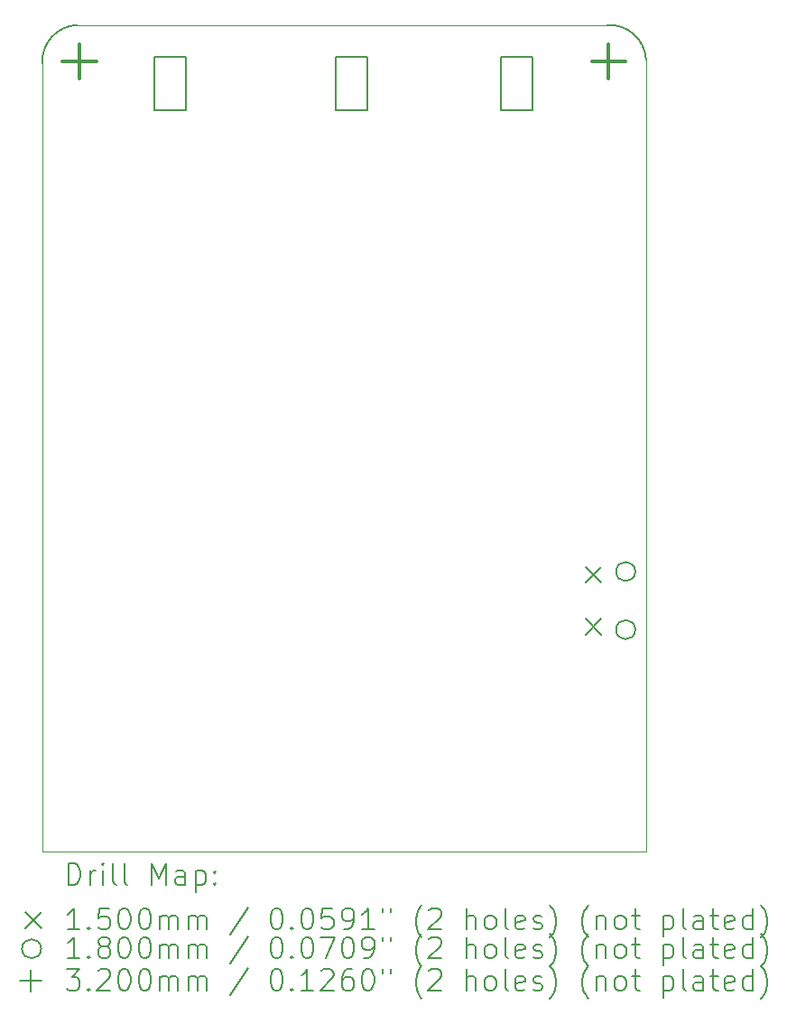
<source format=gbr>
%TF.GenerationSoftware,KiCad,Pcbnew,(6.0.8)*%
%TF.CreationDate,2022-11-01T15:17:03-07:00*%
%TF.ProjectId,RioPicoBridge,52696f50-6963-46f4-9272-696467652e6b,rev?*%
%TF.SameCoordinates,Original*%
%TF.FileFunction,Drillmap*%
%TF.FilePolarity,Positive*%
%FSLAX45Y45*%
G04 Gerber Fmt 4.5, Leading zero omitted, Abs format (unit mm)*
G04 Created by KiCad (PCBNEW (6.0.8)) date 2022-11-01 15:17:03*
%MOMM*%
%LPD*%
G01*
G04 APERTURE LIST*
%ADD10C,0.100000*%
%ADD11C,0.200000*%
%ADD12C,0.150000*%
%ADD13C,0.180000*%
%ADD14C,0.320000*%
G04 APERTURE END LIST*
D10*
X0Y-7747000D02*
X0Y-365000D01*
X5664200Y-7747000D02*
X0Y-7747000D01*
X5665000Y-325000D02*
X5664200Y-7747000D01*
X325000Y0D02*
X5300000Y0D01*
D11*
X325000Y0D02*
G75*
G03*
X0Y-364200I19600J-344600D01*
G01*
X5664200Y-325000D02*
G75*
G03*
X5300000Y0I-344600J-19600D01*
G01*
X1050000Y-300000D02*
X1350000Y-300000D01*
X1350000Y-300000D02*
X1350000Y-800000D01*
X1350000Y-800000D02*
X1050000Y-800000D01*
X1050000Y-800000D02*
X1050000Y-300000D01*
X2750000Y-300000D02*
X3050000Y-300000D01*
X3050000Y-300000D02*
X3050000Y-800000D01*
X3050000Y-800000D02*
X2750000Y-800000D01*
X2750000Y-800000D02*
X2750000Y-300000D01*
X4300000Y-300000D02*
X4600000Y-300000D01*
X4600000Y-300000D02*
X4600000Y-800000D01*
X4600000Y-800000D02*
X4300000Y-800000D01*
X4300000Y-800000D02*
X4300000Y-300000D01*
D12*
X5095400Y-5080000D02*
X5245400Y-5230000D01*
X5245400Y-5080000D02*
X5095400Y-5230000D01*
X5095400Y-5565000D02*
X5245400Y-5715000D01*
X5245400Y-5565000D02*
X5095400Y-5715000D01*
D13*
X5563400Y-5125000D02*
G75*
G03*
X5563400Y-5125000I-90000J0D01*
G01*
X5563400Y-5670000D02*
G75*
G03*
X5563400Y-5670000I-90000J0D01*
G01*
D14*
X350520Y-182900D02*
X350520Y-502900D01*
X190520Y-342900D02*
X510520Y-342900D01*
X5313680Y-182900D02*
X5313680Y-502900D01*
X5153680Y-342900D02*
X5473680Y-342900D01*
D11*
X247062Y-8062476D02*
X247062Y-7862476D01*
X294681Y-7862476D01*
X323253Y-7872000D01*
X342300Y-7891048D01*
X351824Y-7910095D01*
X361348Y-7948190D01*
X361348Y-7976762D01*
X351824Y-8014857D01*
X342300Y-8033905D01*
X323253Y-8052952D01*
X294681Y-8062476D01*
X247062Y-8062476D01*
X447062Y-8062476D02*
X447062Y-7929143D01*
X447062Y-7967238D02*
X456586Y-7948190D01*
X466110Y-7938667D01*
X485157Y-7929143D01*
X504205Y-7929143D01*
X570872Y-8062476D02*
X570872Y-7929143D01*
X570872Y-7862476D02*
X561348Y-7872000D01*
X570872Y-7881524D01*
X580395Y-7872000D01*
X570872Y-7862476D01*
X570872Y-7881524D01*
X694681Y-8062476D02*
X675634Y-8052952D01*
X666110Y-8033905D01*
X666110Y-7862476D01*
X799443Y-8062476D02*
X780395Y-8052952D01*
X770872Y-8033905D01*
X770872Y-7862476D01*
X1028014Y-8062476D02*
X1028014Y-7862476D01*
X1094681Y-8005333D01*
X1161348Y-7862476D01*
X1161348Y-8062476D01*
X1342300Y-8062476D02*
X1342300Y-7957714D01*
X1332776Y-7938667D01*
X1313729Y-7929143D01*
X1275634Y-7929143D01*
X1256586Y-7938667D01*
X1342300Y-8052952D02*
X1323253Y-8062476D01*
X1275634Y-8062476D01*
X1256586Y-8052952D01*
X1247062Y-8033905D01*
X1247062Y-8014857D01*
X1256586Y-7995809D01*
X1275634Y-7986286D01*
X1323253Y-7986286D01*
X1342300Y-7976762D01*
X1437538Y-7929143D02*
X1437538Y-8129143D01*
X1437538Y-7938667D02*
X1456586Y-7929143D01*
X1494681Y-7929143D01*
X1513729Y-7938667D01*
X1523253Y-7948190D01*
X1532776Y-7967238D01*
X1532776Y-8024381D01*
X1523253Y-8043428D01*
X1513729Y-8052952D01*
X1494681Y-8062476D01*
X1456586Y-8062476D01*
X1437538Y-8052952D01*
X1618491Y-8043428D02*
X1628014Y-8052952D01*
X1618491Y-8062476D01*
X1608967Y-8052952D01*
X1618491Y-8043428D01*
X1618491Y-8062476D01*
X1618491Y-7938667D02*
X1628014Y-7948190D01*
X1618491Y-7957714D01*
X1608967Y-7948190D01*
X1618491Y-7938667D01*
X1618491Y-7957714D01*
D12*
X-160557Y-8317000D02*
X-10557Y-8467000D01*
X-10557Y-8317000D02*
X-160557Y-8467000D01*
D11*
X351824Y-8482476D02*
X237538Y-8482476D01*
X294681Y-8482476D02*
X294681Y-8282476D01*
X275634Y-8311048D01*
X256586Y-8330095D01*
X237538Y-8339619D01*
X437538Y-8463429D02*
X447062Y-8472952D01*
X437538Y-8482476D01*
X428014Y-8472952D01*
X437538Y-8463429D01*
X437538Y-8482476D01*
X628015Y-8282476D02*
X532776Y-8282476D01*
X523253Y-8377714D01*
X532776Y-8368190D01*
X551824Y-8358667D01*
X599443Y-8358667D01*
X618491Y-8368190D01*
X628015Y-8377714D01*
X637538Y-8396762D01*
X637538Y-8444381D01*
X628015Y-8463429D01*
X618491Y-8472952D01*
X599443Y-8482476D01*
X551824Y-8482476D01*
X532776Y-8472952D01*
X523253Y-8463429D01*
X761348Y-8282476D02*
X780395Y-8282476D01*
X799443Y-8292000D01*
X808967Y-8301524D01*
X818491Y-8320571D01*
X828014Y-8358667D01*
X828014Y-8406286D01*
X818491Y-8444381D01*
X808967Y-8463429D01*
X799443Y-8472952D01*
X780395Y-8482476D01*
X761348Y-8482476D01*
X742300Y-8472952D01*
X732776Y-8463429D01*
X723253Y-8444381D01*
X713729Y-8406286D01*
X713729Y-8358667D01*
X723253Y-8320571D01*
X732776Y-8301524D01*
X742300Y-8292000D01*
X761348Y-8282476D01*
X951824Y-8282476D02*
X970872Y-8282476D01*
X989919Y-8292000D01*
X999443Y-8301524D01*
X1008967Y-8320571D01*
X1018491Y-8358667D01*
X1018491Y-8406286D01*
X1008967Y-8444381D01*
X999443Y-8463429D01*
X989919Y-8472952D01*
X970872Y-8482476D01*
X951824Y-8482476D01*
X932776Y-8472952D01*
X923253Y-8463429D01*
X913729Y-8444381D01*
X904205Y-8406286D01*
X904205Y-8358667D01*
X913729Y-8320571D01*
X923253Y-8301524D01*
X932776Y-8292000D01*
X951824Y-8282476D01*
X1104205Y-8482476D02*
X1104205Y-8349143D01*
X1104205Y-8368190D02*
X1113729Y-8358667D01*
X1132776Y-8349143D01*
X1161348Y-8349143D01*
X1180395Y-8358667D01*
X1189919Y-8377714D01*
X1189919Y-8482476D01*
X1189919Y-8377714D02*
X1199443Y-8358667D01*
X1218491Y-8349143D01*
X1247062Y-8349143D01*
X1266110Y-8358667D01*
X1275634Y-8377714D01*
X1275634Y-8482476D01*
X1370872Y-8482476D02*
X1370872Y-8349143D01*
X1370872Y-8368190D02*
X1380395Y-8358667D01*
X1399443Y-8349143D01*
X1428014Y-8349143D01*
X1447062Y-8358667D01*
X1456586Y-8377714D01*
X1456586Y-8482476D01*
X1456586Y-8377714D02*
X1466110Y-8358667D01*
X1485157Y-8349143D01*
X1513729Y-8349143D01*
X1532776Y-8358667D01*
X1542300Y-8377714D01*
X1542300Y-8482476D01*
X1932776Y-8272952D02*
X1761348Y-8530095D01*
X2189919Y-8282476D02*
X2208967Y-8282476D01*
X2228015Y-8292000D01*
X2237538Y-8301524D01*
X2247062Y-8320571D01*
X2256586Y-8358667D01*
X2256586Y-8406286D01*
X2247062Y-8444381D01*
X2237538Y-8463429D01*
X2228015Y-8472952D01*
X2208967Y-8482476D01*
X2189919Y-8482476D01*
X2170872Y-8472952D01*
X2161348Y-8463429D01*
X2151824Y-8444381D01*
X2142300Y-8406286D01*
X2142300Y-8358667D01*
X2151824Y-8320571D01*
X2161348Y-8301524D01*
X2170872Y-8292000D01*
X2189919Y-8282476D01*
X2342300Y-8463429D02*
X2351824Y-8472952D01*
X2342300Y-8482476D01*
X2332776Y-8472952D01*
X2342300Y-8463429D01*
X2342300Y-8482476D01*
X2475634Y-8282476D02*
X2494681Y-8282476D01*
X2513729Y-8292000D01*
X2523253Y-8301524D01*
X2532776Y-8320571D01*
X2542300Y-8358667D01*
X2542300Y-8406286D01*
X2532776Y-8444381D01*
X2523253Y-8463429D01*
X2513729Y-8472952D01*
X2494681Y-8482476D01*
X2475634Y-8482476D01*
X2456586Y-8472952D01*
X2447062Y-8463429D01*
X2437538Y-8444381D01*
X2428015Y-8406286D01*
X2428015Y-8358667D01*
X2437538Y-8320571D01*
X2447062Y-8301524D01*
X2456586Y-8292000D01*
X2475634Y-8282476D01*
X2723253Y-8282476D02*
X2628015Y-8282476D01*
X2618491Y-8377714D01*
X2628015Y-8368190D01*
X2647062Y-8358667D01*
X2694681Y-8358667D01*
X2713729Y-8368190D01*
X2723253Y-8377714D01*
X2732776Y-8396762D01*
X2732776Y-8444381D01*
X2723253Y-8463429D01*
X2713729Y-8472952D01*
X2694681Y-8482476D01*
X2647062Y-8482476D01*
X2628015Y-8472952D01*
X2618491Y-8463429D01*
X2828014Y-8482476D02*
X2866110Y-8482476D01*
X2885157Y-8472952D01*
X2894681Y-8463429D01*
X2913729Y-8434857D01*
X2923253Y-8396762D01*
X2923253Y-8320571D01*
X2913729Y-8301524D01*
X2904205Y-8292000D01*
X2885157Y-8282476D01*
X2847062Y-8282476D01*
X2828014Y-8292000D01*
X2818491Y-8301524D01*
X2808967Y-8320571D01*
X2808967Y-8368190D01*
X2818491Y-8387238D01*
X2828014Y-8396762D01*
X2847062Y-8406286D01*
X2885157Y-8406286D01*
X2904205Y-8396762D01*
X2913729Y-8387238D01*
X2923253Y-8368190D01*
X3113729Y-8482476D02*
X2999443Y-8482476D01*
X3056586Y-8482476D02*
X3056586Y-8282476D01*
X3037538Y-8311048D01*
X3018491Y-8330095D01*
X2999443Y-8339619D01*
X3189919Y-8282476D02*
X3189919Y-8320571D01*
X3266110Y-8282476D02*
X3266110Y-8320571D01*
X3561348Y-8558667D02*
X3551824Y-8549143D01*
X3532776Y-8520571D01*
X3523253Y-8501524D01*
X3513729Y-8472952D01*
X3504205Y-8425333D01*
X3504205Y-8387238D01*
X3513729Y-8339619D01*
X3523253Y-8311048D01*
X3532776Y-8292000D01*
X3551824Y-8263428D01*
X3561348Y-8253905D01*
X3628014Y-8301524D02*
X3637538Y-8292000D01*
X3656586Y-8282476D01*
X3704205Y-8282476D01*
X3723253Y-8292000D01*
X3732776Y-8301524D01*
X3742300Y-8320571D01*
X3742300Y-8339619D01*
X3732776Y-8368190D01*
X3618491Y-8482476D01*
X3742300Y-8482476D01*
X3980395Y-8482476D02*
X3980395Y-8282476D01*
X4066110Y-8482476D02*
X4066110Y-8377714D01*
X4056586Y-8358667D01*
X4037538Y-8349143D01*
X4008967Y-8349143D01*
X3989919Y-8358667D01*
X3980395Y-8368190D01*
X4189919Y-8482476D02*
X4170872Y-8472952D01*
X4161348Y-8463429D01*
X4151824Y-8444381D01*
X4151824Y-8387238D01*
X4161348Y-8368190D01*
X4170872Y-8358667D01*
X4189919Y-8349143D01*
X4218491Y-8349143D01*
X4237538Y-8358667D01*
X4247062Y-8368190D01*
X4256586Y-8387238D01*
X4256586Y-8444381D01*
X4247062Y-8463429D01*
X4237538Y-8472952D01*
X4218491Y-8482476D01*
X4189919Y-8482476D01*
X4370872Y-8482476D02*
X4351824Y-8472952D01*
X4342300Y-8453905D01*
X4342300Y-8282476D01*
X4523253Y-8472952D02*
X4504205Y-8482476D01*
X4466110Y-8482476D01*
X4447062Y-8472952D01*
X4437538Y-8453905D01*
X4437538Y-8377714D01*
X4447062Y-8358667D01*
X4466110Y-8349143D01*
X4504205Y-8349143D01*
X4523253Y-8358667D01*
X4532776Y-8377714D01*
X4532776Y-8396762D01*
X4437538Y-8415810D01*
X4608967Y-8472952D02*
X4628015Y-8482476D01*
X4666110Y-8482476D01*
X4685157Y-8472952D01*
X4694681Y-8453905D01*
X4694681Y-8444381D01*
X4685157Y-8425333D01*
X4666110Y-8415810D01*
X4637538Y-8415810D01*
X4618491Y-8406286D01*
X4608967Y-8387238D01*
X4608967Y-8377714D01*
X4618491Y-8358667D01*
X4637538Y-8349143D01*
X4666110Y-8349143D01*
X4685157Y-8358667D01*
X4761348Y-8558667D02*
X4770872Y-8549143D01*
X4789919Y-8520571D01*
X4799443Y-8501524D01*
X4808967Y-8472952D01*
X4818491Y-8425333D01*
X4818491Y-8387238D01*
X4808967Y-8339619D01*
X4799443Y-8311048D01*
X4789919Y-8292000D01*
X4770872Y-8263428D01*
X4761348Y-8253905D01*
X5123253Y-8558667D02*
X5113729Y-8549143D01*
X5094681Y-8520571D01*
X5085157Y-8501524D01*
X5075634Y-8472952D01*
X5066110Y-8425333D01*
X5066110Y-8387238D01*
X5075634Y-8339619D01*
X5085157Y-8311048D01*
X5094681Y-8292000D01*
X5113729Y-8263428D01*
X5123253Y-8253905D01*
X5199443Y-8349143D02*
X5199443Y-8482476D01*
X5199443Y-8368190D02*
X5208967Y-8358667D01*
X5228015Y-8349143D01*
X5256586Y-8349143D01*
X5275634Y-8358667D01*
X5285157Y-8377714D01*
X5285157Y-8482476D01*
X5408967Y-8482476D02*
X5389919Y-8472952D01*
X5380395Y-8463429D01*
X5370872Y-8444381D01*
X5370872Y-8387238D01*
X5380395Y-8368190D01*
X5389919Y-8358667D01*
X5408967Y-8349143D01*
X5437538Y-8349143D01*
X5456586Y-8358667D01*
X5466110Y-8368190D01*
X5475634Y-8387238D01*
X5475634Y-8444381D01*
X5466110Y-8463429D01*
X5456586Y-8472952D01*
X5437538Y-8482476D01*
X5408967Y-8482476D01*
X5532776Y-8349143D02*
X5608967Y-8349143D01*
X5561348Y-8282476D02*
X5561348Y-8453905D01*
X5570872Y-8472952D01*
X5589919Y-8482476D01*
X5608967Y-8482476D01*
X5828014Y-8349143D02*
X5828014Y-8549143D01*
X5828014Y-8358667D02*
X5847062Y-8349143D01*
X5885157Y-8349143D01*
X5904205Y-8358667D01*
X5913729Y-8368190D01*
X5923253Y-8387238D01*
X5923253Y-8444381D01*
X5913729Y-8463429D01*
X5904205Y-8472952D01*
X5885157Y-8482476D01*
X5847062Y-8482476D01*
X5828014Y-8472952D01*
X6037538Y-8482476D02*
X6018491Y-8472952D01*
X6008967Y-8453905D01*
X6008967Y-8282476D01*
X6199443Y-8482476D02*
X6199443Y-8377714D01*
X6189919Y-8358667D01*
X6170872Y-8349143D01*
X6132776Y-8349143D01*
X6113729Y-8358667D01*
X6199443Y-8472952D02*
X6180395Y-8482476D01*
X6132776Y-8482476D01*
X6113729Y-8472952D01*
X6104205Y-8453905D01*
X6104205Y-8434857D01*
X6113729Y-8415810D01*
X6132776Y-8406286D01*
X6180395Y-8406286D01*
X6199443Y-8396762D01*
X6266110Y-8349143D02*
X6342300Y-8349143D01*
X6294681Y-8282476D02*
X6294681Y-8453905D01*
X6304205Y-8472952D01*
X6323253Y-8482476D01*
X6342300Y-8482476D01*
X6485157Y-8472952D02*
X6466110Y-8482476D01*
X6428014Y-8482476D01*
X6408967Y-8472952D01*
X6399443Y-8453905D01*
X6399443Y-8377714D01*
X6408967Y-8358667D01*
X6428014Y-8349143D01*
X6466110Y-8349143D01*
X6485157Y-8358667D01*
X6494681Y-8377714D01*
X6494681Y-8396762D01*
X6399443Y-8415810D01*
X6666110Y-8482476D02*
X6666110Y-8282476D01*
X6666110Y-8472952D02*
X6647062Y-8482476D01*
X6608967Y-8482476D01*
X6589919Y-8472952D01*
X6580395Y-8463429D01*
X6570872Y-8444381D01*
X6570872Y-8387238D01*
X6580395Y-8368190D01*
X6589919Y-8358667D01*
X6608967Y-8349143D01*
X6647062Y-8349143D01*
X6666110Y-8358667D01*
X6742300Y-8558667D02*
X6751824Y-8549143D01*
X6770872Y-8520571D01*
X6780395Y-8501524D01*
X6789919Y-8472952D01*
X6799443Y-8425333D01*
X6799443Y-8387238D01*
X6789919Y-8339619D01*
X6780395Y-8311048D01*
X6770872Y-8292000D01*
X6751824Y-8263428D01*
X6742300Y-8253905D01*
D13*
X-10557Y-8662000D02*
G75*
G03*
X-10557Y-8662000I-90000J0D01*
G01*
D11*
X351824Y-8752476D02*
X237538Y-8752476D01*
X294681Y-8752476D02*
X294681Y-8552476D01*
X275634Y-8581048D01*
X256586Y-8600095D01*
X237538Y-8609619D01*
X437538Y-8733429D02*
X447062Y-8742952D01*
X437538Y-8752476D01*
X428014Y-8742952D01*
X437538Y-8733429D01*
X437538Y-8752476D01*
X561348Y-8638190D02*
X542300Y-8628667D01*
X532776Y-8619143D01*
X523253Y-8600095D01*
X523253Y-8590571D01*
X532776Y-8571524D01*
X542300Y-8562000D01*
X561348Y-8552476D01*
X599443Y-8552476D01*
X618491Y-8562000D01*
X628015Y-8571524D01*
X637538Y-8590571D01*
X637538Y-8600095D01*
X628015Y-8619143D01*
X618491Y-8628667D01*
X599443Y-8638190D01*
X561348Y-8638190D01*
X542300Y-8647714D01*
X532776Y-8657238D01*
X523253Y-8676286D01*
X523253Y-8714381D01*
X532776Y-8733429D01*
X542300Y-8742952D01*
X561348Y-8752476D01*
X599443Y-8752476D01*
X618491Y-8742952D01*
X628015Y-8733429D01*
X637538Y-8714381D01*
X637538Y-8676286D01*
X628015Y-8657238D01*
X618491Y-8647714D01*
X599443Y-8638190D01*
X761348Y-8552476D02*
X780395Y-8552476D01*
X799443Y-8562000D01*
X808967Y-8571524D01*
X818491Y-8590571D01*
X828014Y-8628667D01*
X828014Y-8676286D01*
X818491Y-8714381D01*
X808967Y-8733429D01*
X799443Y-8742952D01*
X780395Y-8752476D01*
X761348Y-8752476D01*
X742300Y-8742952D01*
X732776Y-8733429D01*
X723253Y-8714381D01*
X713729Y-8676286D01*
X713729Y-8628667D01*
X723253Y-8590571D01*
X732776Y-8571524D01*
X742300Y-8562000D01*
X761348Y-8552476D01*
X951824Y-8552476D02*
X970872Y-8552476D01*
X989919Y-8562000D01*
X999443Y-8571524D01*
X1008967Y-8590571D01*
X1018491Y-8628667D01*
X1018491Y-8676286D01*
X1008967Y-8714381D01*
X999443Y-8733429D01*
X989919Y-8742952D01*
X970872Y-8752476D01*
X951824Y-8752476D01*
X932776Y-8742952D01*
X923253Y-8733429D01*
X913729Y-8714381D01*
X904205Y-8676286D01*
X904205Y-8628667D01*
X913729Y-8590571D01*
X923253Y-8571524D01*
X932776Y-8562000D01*
X951824Y-8552476D01*
X1104205Y-8752476D02*
X1104205Y-8619143D01*
X1104205Y-8638190D02*
X1113729Y-8628667D01*
X1132776Y-8619143D01*
X1161348Y-8619143D01*
X1180395Y-8628667D01*
X1189919Y-8647714D01*
X1189919Y-8752476D01*
X1189919Y-8647714D02*
X1199443Y-8628667D01*
X1218491Y-8619143D01*
X1247062Y-8619143D01*
X1266110Y-8628667D01*
X1275634Y-8647714D01*
X1275634Y-8752476D01*
X1370872Y-8752476D02*
X1370872Y-8619143D01*
X1370872Y-8638190D02*
X1380395Y-8628667D01*
X1399443Y-8619143D01*
X1428014Y-8619143D01*
X1447062Y-8628667D01*
X1456586Y-8647714D01*
X1456586Y-8752476D01*
X1456586Y-8647714D02*
X1466110Y-8628667D01*
X1485157Y-8619143D01*
X1513729Y-8619143D01*
X1532776Y-8628667D01*
X1542300Y-8647714D01*
X1542300Y-8752476D01*
X1932776Y-8542952D02*
X1761348Y-8800095D01*
X2189919Y-8552476D02*
X2208967Y-8552476D01*
X2228015Y-8562000D01*
X2237538Y-8571524D01*
X2247062Y-8590571D01*
X2256586Y-8628667D01*
X2256586Y-8676286D01*
X2247062Y-8714381D01*
X2237538Y-8733429D01*
X2228015Y-8742952D01*
X2208967Y-8752476D01*
X2189919Y-8752476D01*
X2170872Y-8742952D01*
X2161348Y-8733429D01*
X2151824Y-8714381D01*
X2142300Y-8676286D01*
X2142300Y-8628667D01*
X2151824Y-8590571D01*
X2161348Y-8571524D01*
X2170872Y-8562000D01*
X2189919Y-8552476D01*
X2342300Y-8733429D02*
X2351824Y-8742952D01*
X2342300Y-8752476D01*
X2332776Y-8742952D01*
X2342300Y-8733429D01*
X2342300Y-8752476D01*
X2475634Y-8552476D02*
X2494681Y-8552476D01*
X2513729Y-8562000D01*
X2523253Y-8571524D01*
X2532776Y-8590571D01*
X2542300Y-8628667D01*
X2542300Y-8676286D01*
X2532776Y-8714381D01*
X2523253Y-8733429D01*
X2513729Y-8742952D01*
X2494681Y-8752476D01*
X2475634Y-8752476D01*
X2456586Y-8742952D01*
X2447062Y-8733429D01*
X2437538Y-8714381D01*
X2428015Y-8676286D01*
X2428015Y-8628667D01*
X2437538Y-8590571D01*
X2447062Y-8571524D01*
X2456586Y-8562000D01*
X2475634Y-8552476D01*
X2608967Y-8552476D02*
X2742300Y-8552476D01*
X2656586Y-8752476D01*
X2856586Y-8552476D02*
X2875633Y-8552476D01*
X2894681Y-8562000D01*
X2904205Y-8571524D01*
X2913729Y-8590571D01*
X2923253Y-8628667D01*
X2923253Y-8676286D01*
X2913729Y-8714381D01*
X2904205Y-8733429D01*
X2894681Y-8742952D01*
X2875633Y-8752476D01*
X2856586Y-8752476D01*
X2837538Y-8742952D01*
X2828014Y-8733429D01*
X2818491Y-8714381D01*
X2808967Y-8676286D01*
X2808967Y-8628667D01*
X2818491Y-8590571D01*
X2828014Y-8571524D01*
X2837538Y-8562000D01*
X2856586Y-8552476D01*
X3018491Y-8752476D02*
X3056586Y-8752476D01*
X3075633Y-8742952D01*
X3085157Y-8733429D01*
X3104205Y-8704857D01*
X3113729Y-8666762D01*
X3113729Y-8590571D01*
X3104205Y-8571524D01*
X3094681Y-8562000D01*
X3075633Y-8552476D01*
X3037538Y-8552476D01*
X3018491Y-8562000D01*
X3008967Y-8571524D01*
X2999443Y-8590571D01*
X2999443Y-8638190D01*
X3008967Y-8657238D01*
X3018491Y-8666762D01*
X3037538Y-8676286D01*
X3075633Y-8676286D01*
X3094681Y-8666762D01*
X3104205Y-8657238D01*
X3113729Y-8638190D01*
X3189919Y-8552476D02*
X3189919Y-8590571D01*
X3266110Y-8552476D02*
X3266110Y-8590571D01*
X3561348Y-8828667D02*
X3551824Y-8819143D01*
X3532776Y-8790571D01*
X3523253Y-8771524D01*
X3513729Y-8742952D01*
X3504205Y-8695333D01*
X3504205Y-8657238D01*
X3513729Y-8609619D01*
X3523253Y-8581048D01*
X3532776Y-8562000D01*
X3551824Y-8533429D01*
X3561348Y-8523905D01*
X3628014Y-8571524D02*
X3637538Y-8562000D01*
X3656586Y-8552476D01*
X3704205Y-8552476D01*
X3723253Y-8562000D01*
X3732776Y-8571524D01*
X3742300Y-8590571D01*
X3742300Y-8609619D01*
X3732776Y-8638190D01*
X3618491Y-8752476D01*
X3742300Y-8752476D01*
X3980395Y-8752476D02*
X3980395Y-8552476D01*
X4066110Y-8752476D02*
X4066110Y-8647714D01*
X4056586Y-8628667D01*
X4037538Y-8619143D01*
X4008967Y-8619143D01*
X3989919Y-8628667D01*
X3980395Y-8638190D01*
X4189919Y-8752476D02*
X4170872Y-8742952D01*
X4161348Y-8733429D01*
X4151824Y-8714381D01*
X4151824Y-8657238D01*
X4161348Y-8638190D01*
X4170872Y-8628667D01*
X4189919Y-8619143D01*
X4218491Y-8619143D01*
X4237538Y-8628667D01*
X4247062Y-8638190D01*
X4256586Y-8657238D01*
X4256586Y-8714381D01*
X4247062Y-8733429D01*
X4237538Y-8742952D01*
X4218491Y-8752476D01*
X4189919Y-8752476D01*
X4370872Y-8752476D02*
X4351824Y-8742952D01*
X4342300Y-8723905D01*
X4342300Y-8552476D01*
X4523253Y-8742952D02*
X4504205Y-8752476D01*
X4466110Y-8752476D01*
X4447062Y-8742952D01*
X4437538Y-8723905D01*
X4437538Y-8647714D01*
X4447062Y-8628667D01*
X4466110Y-8619143D01*
X4504205Y-8619143D01*
X4523253Y-8628667D01*
X4532776Y-8647714D01*
X4532776Y-8666762D01*
X4437538Y-8685810D01*
X4608967Y-8742952D02*
X4628015Y-8752476D01*
X4666110Y-8752476D01*
X4685157Y-8742952D01*
X4694681Y-8723905D01*
X4694681Y-8714381D01*
X4685157Y-8695333D01*
X4666110Y-8685810D01*
X4637538Y-8685810D01*
X4618491Y-8676286D01*
X4608967Y-8657238D01*
X4608967Y-8647714D01*
X4618491Y-8628667D01*
X4637538Y-8619143D01*
X4666110Y-8619143D01*
X4685157Y-8628667D01*
X4761348Y-8828667D02*
X4770872Y-8819143D01*
X4789919Y-8790571D01*
X4799443Y-8771524D01*
X4808967Y-8742952D01*
X4818491Y-8695333D01*
X4818491Y-8657238D01*
X4808967Y-8609619D01*
X4799443Y-8581048D01*
X4789919Y-8562000D01*
X4770872Y-8533429D01*
X4761348Y-8523905D01*
X5123253Y-8828667D02*
X5113729Y-8819143D01*
X5094681Y-8790571D01*
X5085157Y-8771524D01*
X5075634Y-8742952D01*
X5066110Y-8695333D01*
X5066110Y-8657238D01*
X5075634Y-8609619D01*
X5085157Y-8581048D01*
X5094681Y-8562000D01*
X5113729Y-8533429D01*
X5123253Y-8523905D01*
X5199443Y-8619143D02*
X5199443Y-8752476D01*
X5199443Y-8638190D02*
X5208967Y-8628667D01*
X5228015Y-8619143D01*
X5256586Y-8619143D01*
X5275634Y-8628667D01*
X5285157Y-8647714D01*
X5285157Y-8752476D01*
X5408967Y-8752476D02*
X5389919Y-8742952D01*
X5380395Y-8733429D01*
X5370872Y-8714381D01*
X5370872Y-8657238D01*
X5380395Y-8638190D01*
X5389919Y-8628667D01*
X5408967Y-8619143D01*
X5437538Y-8619143D01*
X5456586Y-8628667D01*
X5466110Y-8638190D01*
X5475634Y-8657238D01*
X5475634Y-8714381D01*
X5466110Y-8733429D01*
X5456586Y-8742952D01*
X5437538Y-8752476D01*
X5408967Y-8752476D01*
X5532776Y-8619143D02*
X5608967Y-8619143D01*
X5561348Y-8552476D02*
X5561348Y-8723905D01*
X5570872Y-8742952D01*
X5589919Y-8752476D01*
X5608967Y-8752476D01*
X5828014Y-8619143D02*
X5828014Y-8819143D01*
X5828014Y-8628667D02*
X5847062Y-8619143D01*
X5885157Y-8619143D01*
X5904205Y-8628667D01*
X5913729Y-8638190D01*
X5923253Y-8657238D01*
X5923253Y-8714381D01*
X5913729Y-8733429D01*
X5904205Y-8742952D01*
X5885157Y-8752476D01*
X5847062Y-8752476D01*
X5828014Y-8742952D01*
X6037538Y-8752476D02*
X6018491Y-8742952D01*
X6008967Y-8723905D01*
X6008967Y-8552476D01*
X6199443Y-8752476D02*
X6199443Y-8647714D01*
X6189919Y-8628667D01*
X6170872Y-8619143D01*
X6132776Y-8619143D01*
X6113729Y-8628667D01*
X6199443Y-8742952D02*
X6180395Y-8752476D01*
X6132776Y-8752476D01*
X6113729Y-8742952D01*
X6104205Y-8723905D01*
X6104205Y-8704857D01*
X6113729Y-8685810D01*
X6132776Y-8676286D01*
X6180395Y-8676286D01*
X6199443Y-8666762D01*
X6266110Y-8619143D02*
X6342300Y-8619143D01*
X6294681Y-8552476D02*
X6294681Y-8723905D01*
X6304205Y-8742952D01*
X6323253Y-8752476D01*
X6342300Y-8752476D01*
X6485157Y-8742952D02*
X6466110Y-8752476D01*
X6428014Y-8752476D01*
X6408967Y-8742952D01*
X6399443Y-8723905D01*
X6399443Y-8647714D01*
X6408967Y-8628667D01*
X6428014Y-8619143D01*
X6466110Y-8619143D01*
X6485157Y-8628667D01*
X6494681Y-8647714D01*
X6494681Y-8666762D01*
X6399443Y-8685810D01*
X6666110Y-8752476D02*
X6666110Y-8552476D01*
X6666110Y-8742952D02*
X6647062Y-8752476D01*
X6608967Y-8752476D01*
X6589919Y-8742952D01*
X6580395Y-8733429D01*
X6570872Y-8714381D01*
X6570872Y-8657238D01*
X6580395Y-8638190D01*
X6589919Y-8628667D01*
X6608967Y-8619143D01*
X6647062Y-8619143D01*
X6666110Y-8628667D01*
X6742300Y-8828667D02*
X6751824Y-8819143D01*
X6770872Y-8790571D01*
X6780395Y-8771524D01*
X6789919Y-8742952D01*
X6799443Y-8695333D01*
X6799443Y-8657238D01*
X6789919Y-8609619D01*
X6780395Y-8581048D01*
X6770872Y-8562000D01*
X6751824Y-8533429D01*
X6742300Y-8523905D01*
X-110557Y-8862000D02*
X-110557Y-9062000D01*
X-210557Y-8962000D02*
X-10557Y-8962000D01*
X228014Y-8852476D02*
X351824Y-8852476D01*
X285157Y-8928667D01*
X313729Y-8928667D01*
X332776Y-8938190D01*
X342300Y-8947714D01*
X351824Y-8966762D01*
X351824Y-9014381D01*
X342300Y-9033429D01*
X332776Y-9042952D01*
X313729Y-9052476D01*
X256586Y-9052476D01*
X237538Y-9042952D01*
X228014Y-9033429D01*
X437538Y-9033429D02*
X447062Y-9042952D01*
X437538Y-9052476D01*
X428014Y-9042952D01*
X437538Y-9033429D01*
X437538Y-9052476D01*
X523253Y-8871524D02*
X532776Y-8862000D01*
X551824Y-8852476D01*
X599443Y-8852476D01*
X618491Y-8862000D01*
X628015Y-8871524D01*
X637538Y-8890571D01*
X637538Y-8909619D01*
X628015Y-8938190D01*
X513729Y-9052476D01*
X637538Y-9052476D01*
X761348Y-8852476D02*
X780395Y-8852476D01*
X799443Y-8862000D01*
X808967Y-8871524D01*
X818491Y-8890571D01*
X828014Y-8928667D01*
X828014Y-8976286D01*
X818491Y-9014381D01*
X808967Y-9033429D01*
X799443Y-9042952D01*
X780395Y-9052476D01*
X761348Y-9052476D01*
X742300Y-9042952D01*
X732776Y-9033429D01*
X723253Y-9014381D01*
X713729Y-8976286D01*
X713729Y-8928667D01*
X723253Y-8890571D01*
X732776Y-8871524D01*
X742300Y-8862000D01*
X761348Y-8852476D01*
X951824Y-8852476D02*
X970872Y-8852476D01*
X989919Y-8862000D01*
X999443Y-8871524D01*
X1008967Y-8890571D01*
X1018491Y-8928667D01*
X1018491Y-8976286D01*
X1008967Y-9014381D01*
X999443Y-9033429D01*
X989919Y-9042952D01*
X970872Y-9052476D01*
X951824Y-9052476D01*
X932776Y-9042952D01*
X923253Y-9033429D01*
X913729Y-9014381D01*
X904205Y-8976286D01*
X904205Y-8928667D01*
X913729Y-8890571D01*
X923253Y-8871524D01*
X932776Y-8862000D01*
X951824Y-8852476D01*
X1104205Y-9052476D02*
X1104205Y-8919143D01*
X1104205Y-8938190D02*
X1113729Y-8928667D01*
X1132776Y-8919143D01*
X1161348Y-8919143D01*
X1180395Y-8928667D01*
X1189919Y-8947714D01*
X1189919Y-9052476D01*
X1189919Y-8947714D02*
X1199443Y-8928667D01*
X1218491Y-8919143D01*
X1247062Y-8919143D01*
X1266110Y-8928667D01*
X1275634Y-8947714D01*
X1275634Y-9052476D01*
X1370872Y-9052476D02*
X1370872Y-8919143D01*
X1370872Y-8938190D02*
X1380395Y-8928667D01*
X1399443Y-8919143D01*
X1428014Y-8919143D01*
X1447062Y-8928667D01*
X1456586Y-8947714D01*
X1456586Y-9052476D01*
X1456586Y-8947714D02*
X1466110Y-8928667D01*
X1485157Y-8919143D01*
X1513729Y-8919143D01*
X1532776Y-8928667D01*
X1542300Y-8947714D01*
X1542300Y-9052476D01*
X1932776Y-8842952D02*
X1761348Y-9100095D01*
X2189919Y-8852476D02*
X2208967Y-8852476D01*
X2228015Y-8862000D01*
X2237538Y-8871524D01*
X2247062Y-8890571D01*
X2256586Y-8928667D01*
X2256586Y-8976286D01*
X2247062Y-9014381D01*
X2237538Y-9033429D01*
X2228015Y-9042952D01*
X2208967Y-9052476D01*
X2189919Y-9052476D01*
X2170872Y-9042952D01*
X2161348Y-9033429D01*
X2151824Y-9014381D01*
X2142300Y-8976286D01*
X2142300Y-8928667D01*
X2151824Y-8890571D01*
X2161348Y-8871524D01*
X2170872Y-8862000D01*
X2189919Y-8852476D01*
X2342300Y-9033429D02*
X2351824Y-9042952D01*
X2342300Y-9052476D01*
X2332776Y-9042952D01*
X2342300Y-9033429D01*
X2342300Y-9052476D01*
X2542300Y-9052476D02*
X2428015Y-9052476D01*
X2485157Y-9052476D02*
X2485157Y-8852476D01*
X2466110Y-8881048D01*
X2447062Y-8900095D01*
X2428015Y-8909619D01*
X2618491Y-8871524D02*
X2628015Y-8862000D01*
X2647062Y-8852476D01*
X2694681Y-8852476D01*
X2713729Y-8862000D01*
X2723253Y-8871524D01*
X2732776Y-8890571D01*
X2732776Y-8909619D01*
X2723253Y-8938190D01*
X2608967Y-9052476D01*
X2732776Y-9052476D01*
X2904205Y-8852476D02*
X2866110Y-8852476D01*
X2847062Y-8862000D01*
X2837538Y-8871524D01*
X2818491Y-8900095D01*
X2808967Y-8938190D01*
X2808967Y-9014381D01*
X2818491Y-9033429D01*
X2828014Y-9042952D01*
X2847062Y-9052476D01*
X2885157Y-9052476D01*
X2904205Y-9042952D01*
X2913729Y-9033429D01*
X2923253Y-9014381D01*
X2923253Y-8966762D01*
X2913729Y-8947714D01*
X2904205Y-8938190D01*
X2885157Y-8928667D01*
X2847062Y-8928667D01*
X2828014Y-8938190D01*
X2818491Y-8947714D01*
X2808967Y-8966762D01*
X3047062Y-8852476D02*
X3066110Y-8852476D01*
X3085157Y-8862000D01*
X3094681Y-8871524D01*
X3104205Y-8890571D01*
X3113729Y-8928667D01*
X3113729Y-8976286D01*
X3104205Y-9014381D01*
X3094681Y-9033429D01*
X3085157Y-9042952D01*
X3066110Y-9052476D01*
X3047062Y-9052476D01*
X3028014Y-9042952D01*
X3018491Y-9033429D01*
X3008967Y-9014381D01*
X2999443Y-8976286D01*
X2999443Y-8928667D01*
X3008967Y-8890571D01*
X3018491Y-8871524D01*
X3028014Y-8862000D01*
X3047062Y-8852476D01*
X3189919Y-8852476D02*
X3189919Y-8890571D01*
X3266110Y-8852476D02*
X3266110Y-8890571D01*
X3561348Y-9128667D02*
X3551824Y-9119143D01*
X3532776Y-9090571D01*
X3523253Y-9071524D01*
X3513729Y-9042952D01*
X3504205Y-8995333D01*
X3504205Y-8957238D01*
X3513729Y-8909619D01*
X3523253Y-8881048D01*
X3532776Y-8862000D01*
X3551824Y-8833429D01*
X3561348Y-8823905D01*
X3628014Y-8871524D02*
X3637538Y-8862000D01*
X3656586Y-8852476D01*
X3704205Y-8852476D01*
X3723253Y-8862000D01*
X3732776Y-8871524D01*
X3742300Y-8890571D01*
X3742300Y-8909619D01*
X3732776Y-8938190D01*
X3618491Y-9052476D01*
X3742300Y-9052476D01*
X3980395Y-9052476D02*
X3980395Y-8852476D01*
X4066110Y-9052476D02*
X4066110Y-8947714D01*
X4056586Y-8928667D01*
X4037538Y-8919143D01*
X4008967Y-8919143D01*
X3989919Y-8928667D01*
X3980395Y-8938190D01*
X4189919Y-9052476D02*
X4170872Y-9042952D01*
X4161348Y-9033429D01*
X4151824Y-9014381D01*
X4151824Y-8957238D01*
X4161348Y-8938190D01*
X4170872Y-8928667D01*
X4189919Y-8919143D01*
X4218491Y-8919143D01*
X4237538Y-8928667D01*
X4247062Y-8938190D01*
X4256586Y-8957238D01*
X4256586Y-9014381D01*
X4247062Y-9033429D01*
X4237538Y-9042952D01*
X4218491Y-9052476D01*
X4189919Y-9052476D01*
X4370872Y-9052476D02*
X4351824Y-9042952D01*
X4342300Y-9023905D01*
X4342300Y-8852476D01*
X4523253Y-9042952D02*
X4504205Y-9052476D01*
X4466110Y-9052476D01*
X4447062Y-9042952D01*
X4437538Y-9023905D01*
X4437538Y-8947714D01*
X4447062Y-8928667D01*
X4466110Y-8919143D01*
X4504205Y-8919143D01*
X4523253Y-8928667D01*
X4532776Y-8947714D01*
X4532776Y-8966762D01*
X4437538Y-8985810D01*
X4608967Y-9042952D02*
X4628015Y-9052476D01*
X4666110Y-9052476D01*
X4685157Y-9042952D01*
X4694681Y-9023905D01*
X4694681Y-9014381D01*
X4685157Y-8995333D01*
X4666110Y-8985810D01*
X4637538Y-8985810D01*
X4618491Y-8976286D01*
X4608967Y-8957238D01*
X4608967Y-8947714D01*
X4618491Y-8928667D01*
X4637538Y-8919143D01*
X4666110Y-8919143D01*
X4685157Y-8928667D01*
X4761348Y-9128667D02*
X4770872Y-9119143D01*
X4789919Y-9090571D01*
X4799443Y-9071524D01*
X4808967Y-9042952D01*
X4818491Y-8995333D01*
X4818491Y-8957238D01*
X4808967Y-8909619D01*
X4799443Y-8881048D01*
X4789919Y-8862000D01*
X4770872Y-8833429D01*
X4761348Y-8823905D01*
X5123253Y-9128667D02*
X5113729Y-9119143D01*
X5094681Y-9090571D01*
X5085157Y-9071524D01*
X5075634Y-9042952D01*
X5066110Y-8995333D01*
X5066110Y-8957238D01*
X5075634Y-8909619D01*
X5085157Y-8881048D01*
X5094681Y-8862000D01*
X5113729Y-8833429D01*
X5123253Y-8823905D01*
X5199443Y-8919143D02*
X5199443Y-9052476D01*
X5199443Y-8938190D02*
X5208967Y-8928667D01*
X5228015Y-8919143D01*
X5256586Y-8919143D01*
X5275634Y-8928667D01*
X5285157Y-8947714D01*
X5285157Y-9052476D01*
X5408967Y-9052476D02*
X5389919Y-9042952D01*
X5380395Y-9033429D01*
X5370872Y-9014381D01*
X5370872Y-8957238D01*
X5380395Y-8938190D01*
X5389919Y-8928667D01*
X5408967Y-8919143D01*
X5437538Y-8919143D01*
X5456586Y-8928667D01*
X5466110Y-8938190D01*
X5475634Y-8957238D01*
X5475634Y-9014381D01*
X5466110Y-9033429D01*
X5456586Y-9042952D01*
X5437538Y-9052476D01*
X5408967Y-9052476D01*
X5532776Y-8919143D02*
X5608967Y-8919143D01*
X5561348Y-8852476D02*
X5561348Y-9023905D01*
X5570872Y-9042952D01*
X5589919Y-9052476D01*
X5608967Y-9052476D01*
X5828014Y-8919143D02*
X5828014Y-9119143D01*
X5828014Y-8928667D02*
X5847062Y-8919143D01*
X5885157Y-8919143D01*
X5904205Y-8928667D01*
X5913729Y-8938190D01*
X5923253Y-8957238D01*
X5923253Y-9014381D01*
X5913729Y-9033429D01*
X5904205Y-9042952D01*
X5885157Y-9052476D01*
X5847062Y-9052476D01*
X5828014Y-9042952D01*
X6037538Y-9052476D02*
X6018491Y-9042952D01*
X6008967Y-9023905D01*
X6008967Y-8852476D01*
X6199443Y-9052476D02*
X6199443Y-8947714D01*
X6189919Y-8928667D01*
X6170872Y-8919143D01*
X6132776Y-8919143D01*
X6113729Y-8928667D01*
X6199443Y-9042952D02*
X6180395Y-9052476D01*
X6132776Y-9052476D01*
X6113729Y-9042952D01*
X6104205Y-9023905D01*
X6104205Y-9004857D01*
X6113729Y-8985810D01*
X6132776Y-8976286D01*
X6180395Y-8976286D01*
X6199443Y-8966762D01*
X6266110Y-8919143D02*
X6342300Y-8919143D01*
X6294681Y-8852476D02*
X6294681Y-9023905D01*
X6304205Y-9042952D01*
X6323253Y-9052476D01*
X6342300Y-9052476D01*
X6485157Y-9042952D02*
X6466110Y-9052476D01*
X6428014Y-9052476D01*
X6408967Y-9042952D01*
X6399443Y-9023905D01*
X6399443Y-8947714D01*
X6408967Y-8928667D01*
X6428014Y-8919143D01*
X6466110Y-8919143D01*
X6485157Y-8928667D01*
X6494681Y-8947714D01*
X6494681Y-8966762D01*
X6399443Y-8985810D01*
X6666110Y-9052476D02*
X6666110Y-8852476D01*
X6666110Y-9042952D02*
X6647062Y-9052476D01*
X6608967Y-9052476D01*
X6589919Y-9042952D01*
X6580395Y-9033429D01*
X6570872Y-9014381D01*
X6570872Y-8957238D01*
X6580395Y-8938190D01*
X6589919Y-8928667D01*
X6608967Y-8919143D01*
X6647062Y-8919143D01*
X6666110Y-8928667D01*
X6742300Y-9128667D02*
X6751824Y-9119143D01*
X6770872Y-9090571D01*
X6780395Y-9071524D01*
X6789919Y-9042952D01*
X6799443Y-8995333D01*
X6799443Y-8957238D01*
X6789919Y-8909619D01*
X6780395Y-8881048D01*
X6770872Y-8862000D01*
X6751824Y-8833429D01*
X6742300Y-8823905D01*
M02*

</source>
